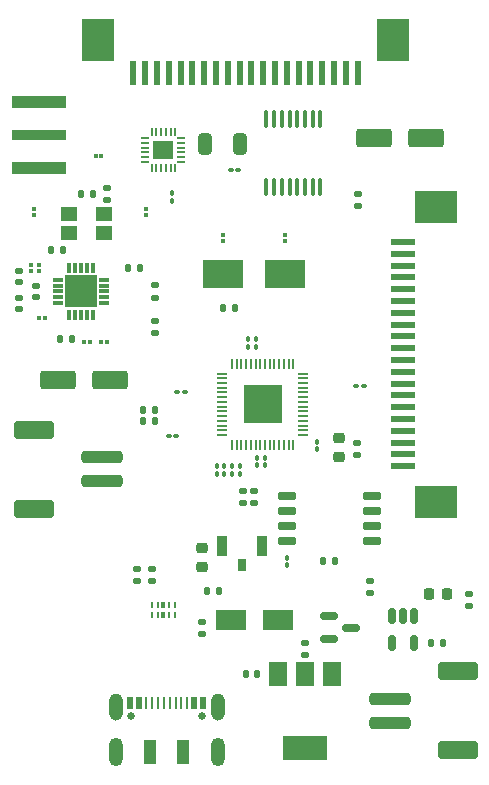
<source format=gbr>
%TF.GenerationSoftware,KiCad,Pcbnew,(6.0.7)*%
%TF.CreationDate,2023-01-15T17:43:20+08:00*%
%TF.ProjectId,Rp2040 wearable dev boards w wireless,52703230-3430-4207-9765-617261626c65,rev?*%
%TF.SameCoordinates,Original*%
%TF.FileFunction,Soldermask,Top*%
%TF.FilePolarity,Negative*%
%FSLAX46Y46*%
G04 Gerber Fmt 4.6, Leading zero omitted, Abs format (unit mm)*
G04 Created by KiCad (PCBNEW (6.0.7)) date 2023-01-15 17:43:20*
%MOMM*%
%LPD*%
G01*
G04 APERTURE LIST*
G04 Aperture macros list*
%AMRoundRect*
0 Rectangle with rounded corners*
0 $1 Rounding radius*
0 $2 $3 $4 $5 $6 $7 $8 $9 X,Y pos of 4 corners*
0 Add a 4 corners polygon primitive as box body*
4,1,4,$2,$3,$4,$5,$6,$7,$8,$9,$2,$3,0*
0 Add four circle primitives for the rounded corners*
1,1,$1+$1,$2,$3*
1,1,$1+$1,$4,$5*
1,1,$1+$1,$6,$7*
1,1,$1+$1,$8,$9*
0 Add four rect primitives between the rounded corners*
20,1,$1+$1,$2,$3,$4,$5,0*
20,1,$1+$1,$4,$5,$6,$7,0*
20,1,$1+$1,$6,$7,$8,$9,0*
20,1,$1+$1,$8,$9,$2,$3,0*%
G04 Aperture macros list end*
%ADD10RoundRect,0.135000X-0.135000X-0.185000X0.135000X-0.185000X0.135000X0.185000X-0.135000X0.185000X0*%
%ADD11RoundRect,0.075000X0.075000X-0.125000X0.075000X0.125000X-0.075000X0.125000X-0.075000X-0.125000X0*%
%ADD12RoundRect,0.135000X0.185000X-0.135000X0.185000X0.135000X-0.185000X0.135000X-0.185000X-0.135000X0*%
%ADD13C,0.630000*%
%ADD14C,0.600000*%
%ADD15R,0.520000X1.000000*%
%ADD16R,0.270000X1.000000*%
%ADD17R,1.000000X2.000000*%
%ADD18O,1.158000X2.316000*%
%ADD19O,1.200000X2.400000*%
%ADD20RoundRect,0.075000X-0.125000X-0.075000X0.125000X-0.075000X0.125000X0.075000X-0.125000X0.075000X0*%
%ADD21RoundRect,0.135000X0.135000X0.185000X-0.135000X0.185000X-0.135000X-0.185000X0.135000X-0.185000X0*%
%ADD22RoundRect,0.100000X-0.100000X0.130000X-0.100000X-0.130000X0.100000X-0.130000X0.100000X0.130000X0*%
%ADD23RoundRect,0.100000X0.130000X0.100000X-0.130000X0.100000X-0.130000X-0.100000X0.130000X-0.100000X0*%
%ADD24R,3.500000X2.400000*%
%ADD25RoundRect,0.140000X0.170000X-0.140000X0.170000X0.140000X-0.170000X0.140000X-0.170000X-0.140000X0*%
%ADD26RoundRect,0.100000X-0.100000X0.637500X-0.100000X-0.637500X0.100000X-0.637500X0.100000X0.637500X0*%
%ADD27RoundRect,0.218750X0.256250X-0.218750X0.256250X0.218750X-0.256250X0.218750X-0.256250X-0.218750X0*%
%ADD28RoundRect,0.250000X-1.500000X0.250000X-1.500000X-0.250000X1.500000X-0.250000X1.500000X0.250000X0*%
%ADD29RoundRect,0.250001X-1.449999X0.499999X-1.449999X-0.499999X1.449999X-0.499999X1.449999X0.499999X0*%
%ADD30RoundRect,0.250000X1.250000X0.550000X-1.250000X0.550000X-1.250000X-0.550000X1.250000X-0.550000X0*%
%ADD31RoundRect,0.140000X0.140000X0.170000X-0.140000X0.170000X-0.140000X-0.170000X0.140000X-0.170000X0*%
%ADD32R,0.660400X0.203200*%
%ADD33R,0.203200X0.660400*%
%ADD34R,1.752600X1.600200*%
%ADD35RoundRect,0.135000X-0.185000X0.135000X-0.185000X-0.135000X0.185000X-0.135000X0.185000X0.135000X0*%
%ADD36R,0.850000X0.300000*%
%ADD37R,0.300000X0.850000*%
%ADD38R,2.700000X2.700000*%
%ADD39RoundRect,0.218750X0.218750X0.256250X-0.218750X0.256250X-0.218750X-0.256250X0.218750X-0.256250X0*%
%ADD40RoundRect,0.150000X0.650000X0.150000X-0.650000X0.150000X-0.650000X-0.150000X0.650000X-0.150000X0*%
%ADD41RoundRect,0.250000X-0.325000X-0.650000X0.325000X-0.650000X0.325000X0.650000X-0.325000X0.650000X0*%
%ADD42R,2.500000X1.800000*%
%ADD43RoundRect,0.150000X-0.150000X0.512500X-0.150000X-0.512500X0.150000X-0.512500X0.150000X0.512500X0*%
%ADD44RoundRect,0.100000X0.100000X-0.130000X0.100000X0.130000X-0.100000X0.130000X-0.100000X-0.130000X0*%
%ADD45RoundRect,0.147500X-0.172500X0.147500X-0.172500X-0.147500X0.172500X-0.147500X0.172500X0.147500X0*%
%ADD46RoundRect,0.075000X-0.075000X0.125000X-0.075000X-0.125000X0.075000X-0.125000X0.075000X0.125000X0*%
%ADD47RoundRect,0.050000X0.387500X0.050000X-0.387500X0.050000X-0.387500X-0.050000X0.387500X-0.050000X0*%
%ADD48RoundRect,0.050000X0.050000X0.387500X-0.050000X0.387500X-0.050000X-0.387500X0.050000X-0.387500X0*%
%ADD49R,3.200000X3.200000*%
%ADD50R,4.560000X0.850000*%
%ADD51R,4.560000X1.000000*%
%ADD52RoundRect,0.250000X-1.250000X-0.550000X1.250000X-0.550000X1.250000X0.550000X-1.250000X0.550000X0*%
%ADD53R,0.900000X1.700000*%
%ADD54R,0.800000X1.100000*%
%ADD55RoundRect,0.150000X-0.587500X-0.150000X0.587500X-0.150000X0.587500X0.150000X-0.587500X0.150000X0*%
%ADD56RoundRect,0.075000X0.125000X0.075000X-0.125000X0.075000X-0.125000X-0.075000X0.125000X-0.075000X0*%
%ADD57R,0.610000X2.000000*%
%ADD58R,2.680000X3.600000*%
%ADD59R,1.400000X1.150000*%
%ADD60RoundRect,0.100000X-0.130000X-0.100000X0.130000X-0.100000X0.130000X0.100000X-0.130000X0.100000X0*%
%ADD61R,2.000000X0.610000*%
%ADD62R,3.600000X2.680000*%
%ADD63RoundRect,0.250000X1.500000X-0.250000X1.500000X0.250000X-1.500000X0.250000X-1.500000X-0.250000X0*%
%ADD64RoundRect,0.250001X1.449999X-0.499999X1.449999X0.499999X-1.449999X0.499999X-1.449999X-0.499999X0*%
%ADD65R,1.500000X2.000000*%
%ADD66R,3.800000X2.000000*%
%ADD67R,0.200000X0.565000*%
%ADD68R,0.400000X0.565000*%
%ADD69RoundRect,0.147500X0.172500X-0.147500X0.172500X0.147500X-0.172500X0.147500X-0.172500X-0.147500X0*%
G04 APERTURE END LIST*
D10*
%TO.C,R2*%
X71640000Y-89250000D03*
X72660000Y-89250000D03*
%TD*%
D11*
%TO.C,C30*%
X38500000Y-57750000D03*
X38500000Y-57250000D03*
%TD*%
D12*
%TO.C,R16*%
X48250000Y-60010000D03*
X48250000Y-58990000D03*
%TD*%
D13*
%TO.C,J2*%
X46276000Y-95400000D03*
D14*
X52276000Y-95400000D03*
D13*
X52276000Y-95400000D03*
D15*
X46176000Y-94300000D03*
X46926000Y-94300000D03*
D16*
X47526000Y-94300000D03*
X48026000Y-94300000D03*
X48526000Y-94300000D03*
X49026000Y-94300000D03*
X49526000Y-94300000D03*
X50026000Y-94300000D03*
X50526000Y-94300000D03*
X51026000Y-94300000D03*
D15*
X51626000Y-94300000D03*
X52376000Y-94300000D03*
D17*
X47876000Y-98500000D03*
X50676000Y-98500000D03*
D18*
X44956000Y-94675000D03*
X53596000Y-94675000D03*
D19*
X44956000Y-98500000D03*
X53596000Y-98500000D03*
%TD*%
D20*
%TO.C,C32*%
X43250000Y-48000000D03*
X43750000Y-48000000D03*
%TD*%
D21*
%TO.C,R19*%
X47010000Y-57500000D03*
X45990000Y-57500000D03*
%TD*%
D22*
%TO.C,C10*%
X53500000Y-74280000D03*
X53500000Y-74920000D03*
%TD*%
D23*
%TO.C,C14*%
X50820000Y-68050000D03*
X50180000Y-68050000D03*
%TD*%
D24*
%TO.C,Y1*%
X54050000Y-58000000D03*
X59250000Y-58000000D03*
%TD*%
D25*
%TO.C,C8*%
X52250000Y-88480000D03*
X52250000Y-87520000D03*
%TD*%
D26*
%TO.C,U6*%
X62275000Y-44887500D03*
X61625000Y-44887500D03*
X60975000Y-44887500D03*
X60325000Y-44887500D03*
X59675000Y-44887500D03*
X59025000Y-44887500D03*
X58375000Y-44887500D03*
X57725000Y-44887500D03*
X57725000Y-50612500D03*
X58375000Y-50612500D03*
X59025000Y-50612500D03*
X59675000Y-50612500D03*
X60325000Y-50612500D03*
X60975000Y-50612500D03*
X61625000Y-50612500D03*
X62275000Y-50612500D03*
%TD*%
D11*
%TO.C,C31*%
X38000000Y-53000000D03*
X38000000Y-52500000D03*
%TD*%
D27*
%TO.C,D3*%
X52300000Y-82787500D03*
X52300000Y-81212500D03*
%TD*%
D10*
%TO.C,R1*%
X62540000Y-82350000D03*
X63560000Y-82350000D03*
%TD*%
D12*
%TO.C,R9*%
X46750000Y-84010000D03*
X46750000Y-82990000D03*
%TD*%
D28*
%TO.C,SW2*%
X43800000Y-73550000D03*
X43800000Y-75550000D03*
D29*
X38050000Y-77900000D03*
X38050000Y-71200000D03*
%TD*%
D30*
%TO.C,C19*%
X44450000Y-67000000D03*
X40050000Y-67000000D03*
%TD*%
D23*
%TO.C,C16*%
X50070000Y-71700000D03*
X49430000Y-71700000D03*
%TD*%
D31*
%TO.C,C24*%
X40480000Y-56000000D03*
X39520000Y-56000000D03*
%TD*%
D10*
%TO.C,R4*%
X54040000Y-60900000D03*
X55060000Y-60900000D03*
%TD*%
D21*
%TO.C,R14*%
X41260000Y-63500000D03*
X40240000Y-63500000D03*
%TD*%
D32*
%TO.C,U7*%
X47475999Y-46523999D03*
X47475999Y-46924001D03*
X47475999Y-47324000D03*
X47475999Y-47724000D03*
X47475999Y-48123999D03*
X47475999Y-48524001D03*
D33*
X47999998Y-49048000D03*
X48400000Y-49048000D03*
X48799999Y-49048000D03*
X49199999Y-49048000D03*
X49599998Y-49048000D03*
X50000000Y-49048000D03*
D32*
X50523999Y-48524001D03*
X50523999Y-48123999D03*
X50523999Y-47724000D03*
X50523999Y-47324000D03*
X50523999Y-46924001D03*
X50523999Y-46523999D03*
D33*
X50000000Y-46000000D03*
X49599998Y-46000000D03*
X49199999Y-46000000D03*
X48799999Y-46000000D03*
X48400000Y-46000000D03*
X47999998Y-46000000D03*
D34*
X48999999Y-47524000D03*
%TD*%
D35*
%TO.C,R17*%
X48250000Y-61990000D03*
X48250000Y-63010000D03*
%TD*%
D36*
%TO.C,IC1*%
X43950000Y-60500000D03*
X43950000Y-60000000D03*
X43950000Y-59500000D03*
X43950000Y-59000000D03*
X43950000Y-58500000D03*
D37*
X43000000Y-57550000D03*
X42500000Y-57550000D03*
X42000000Y-57550000D03*
X41500000Y-57550000D03*
X41000000Y-57550000D03*
D36*
X40050000Y-58500000D03*
X40050000Y-59000000D03*
X40050000Y-59500000D03*
X40050000Y-60000000D03*
X40050000Y-60500000D03*
D37*
X41000000Y-61450000D03*
X41500000Y-61450000D03*
X42000000Y-61450000D03*
X42500000Y-61450000D03*
X43000000Y-61450000D03*
D38*
X42000000Y-59500000D03*
%TD*%
D12*
%TO.C,R18*%
X66500000Y-85010000D03*
X66500000Y-83990000D03*
%TD*%
D39*
%TO.C,D1*%
X73037500Y-85100000D03*
X71462500Y-85100000D03*
%TD*%
D10*
%TO.C,R13*%
X41990000Y-51250000D03*
X43010000Y-51250000D03*
%TD*%
D11*
%TO.C,C29*%
X37750000Y-57750000D03*
X37750000Y-57250000D03*
%TD*%
D40*
%TO.C,U2*%
X66650000Y-80655000D03*
X66650000Y-79385000D03*
X66650000Y-78115000D03*
X66650000Y-76845000D03*
X59450000Y-76845000D03*
X59450000Y-78115000D03*
X59450000Y-79385000D03*
X59450000Y-80655000D03*
%TD*%
D22*
%TO.C,C18*%
X62000000Y-72230000D03*
X62000000Y-72870000D03*
%TD*%
D41*
%TO.C,C21*%
X52525000Y-47000000D03*
X55475000Y-47000000D03*
%TD*%
D23*
%TO.C,C12*%
X55320000Y-49250000D03*
X54680000Y-49250000D03*
%TD*%
D42*
%TO.C,D2*%
X58700000Y-87300000D03*
X54700000Y-87300000D03*
%TD*%
D11*
%TO.C,C1*%
X59250000Y-55250000D03*
X59250000Y-54750000D03*
%TD*%
D22*
%TO.C,C13*%
X56950000Y-73580000D03*
X56950000Y-74220000D03*
%TD*%
D43*
%TO.C,U1*%
X70250000Y-86962500D03*
X69300000Y-86962500D03*
X68350000Y-86962500D03*
X68350000Y-89237500D03*
X70250000Y-89237500D03*
%TD*%
D12*
%TO.C,R8*%
X48000000Y-84010000D03*
X48000000Y-82990000D03*
%TD*%
D44*
%TO.C,C17*%
X56850000Y-64170000D03*
X56850000Y-63530000D03*
%TD*%
D21*
%TO.C,R5*%
X53710000Y-84900000D03*
X52690000Y-84900000D03*
%TD*%
D25*
%TO.C,C25*%
X44250000Y-51730000D03*
X44250000Y-50770000D03*
%TD*%
D45*
%TO.C,L3*%
X36750000Y-60015000D03*
X36750000Y-60985000D03*
%TD*%
%TO.C,L1*%
X38250000Y-59015000D03*
X38250000Y-59985000D03*
%TD*%
D20*
%TO.C,C27*%
X42250000Y-63750000D03*
X42750000Y-63750000D03*
%TD*%
D22*
%TO.C,C3*%
X59500000Y-82030000D03*
X59500000Y-82670000D03*
%TD*%
D46*
%TO.C,C22*%
X47500000Y-52500000D03*
X47500000Y-53000000D03*
%TD*%
D47*
%TO.C,U5*%
X60837500Y-71650000D03*
X60837500Y-71250000D03*
X60837500Y-70850000D03*
X60837500Y-70450000D03*
X60837500Y-70050000D03*
X60837500Y-69650000D03*
X60837500Y-69250000D03*
X60837500Y-68850000D03*
X60837500Y-68450000D03*
X60837500Y-68050000D03*
X60837500Y-67650000D03*
X60837500Y-67250000D03*
X60837500Y-66850000D03*
X60837500Y-66450000D03*
D48*
X60000000Y-65612500D03*
X59600000Y-65612500D03*
X59200000Y-65612500D03*
X58800000Y-65612500D03*
X58400000Y-65612500D03*
X58000000Y-65612500D03*
X57600000Y-65612500D03*
X57200000Y-65612500D03*
X56800000Y-65612500D03*
X56400000Y-65612500D03*
X56000000Y-65612500D03*
X55600000Y-65612500D03*
X55200000Y-65612500D03*
X54800000Y-65612500D03*
D47*
X53962500Y-66450000D03*
X53962500Y-66850000D03*
X53962500Y-67250000D03*
X53962500Y-67650000D03*
X53962500Y-68050000D03*
X53962500Y-68450000D03*
X53962500Y-68850000D03*
X53962500Y-69250000D03*
X53962500Y-69650000D03*
X53962500Y-70050000D03*
X53962500Y-70450000D03*
X53962500Y-70850000D03*
X53962500Y-71250000D03*
X53962500Y-71650000D03*
D48*
X54800000Y-72487500D03*
X55200000Y-72487500D03*
X55600000Y-72487500D03*
X56000000Y-72487500D03*
X56400000Y-72487500D03*
X56800000Y-72487500D03*
X57200000Y-72487500D03*
X57600000Y-72487500D03*
X58000000Y-72487500D03*
X58400000Y-72487500D03*
X58800000Y-72487500D03*
X59200000Y-72487500D03*
X59600000Y-72487500D03*
X60000000Y-72487500D03*
D49*
X57400000Y-69050000D03*
%TD*%
D10*
%TO.C,R11*%
X47240000Y-70500000D03*
X48260000Y-70500000D03*
%TD*%
D50*
%TO.C,J6*%
X38428500Y-46260750D03*
D51*
X38428500Y-43490750D03*
X38428500Y-49030750D03*
%TD*%
D31*
%TO.C,C5*%
X56930000Y-91850000D03*
X55970000Y-91850000D03*
%TD*%
D52*
%TO.C,C11*%
X66800000Y-46500000D03*
X71200000Y-46500000D03*
%TD*%
D20*
%TO.C,C28*%
X43750000Y-63750000D03*
X44250000Y-63750000D03*
%TD*%
D22*
%TO.C,C4*%
X55450000Y-74280000D03*
X55450000Y-74920000D03*
%TD*%
%TO.C,C20*%
X54800000Y-74280000D03*
X54800000Y-74920000D03*
%TD*%
D25*
%TO.C,C9*%
X61000000Y-90255000D03*
X61000000Y-89295000D03*
%TD*%
D27*
%TO.C,D4*%
X63900000Y-73487500D03*
X63900000Y-71912500D03*
%TD*%
D53*
%TO.C,SW1*%
X53950000Y-81050000D03*
X57350000Y-81050000D03*
D54*
X55650000Y-82690000D03*
%TD*%
D12*
%TO.C,R6*%
X56700000Y-77410000D03*
X56700000Y-76390000D03*
%TD*%
D55*
%TO.C,Q1*%
X63012500Y-87000000D03*
X63012500Y-88900000D03*
X64887500Y-87950000D03*
%TD*%
D35*
%TO.C,R3*%
X74900000Y-85090000D03*
X74900000Y-86110000D03*
%TD*%
D56*
%TO.C,C26*%
X39000000Y-61750000D03*
X38500000Y-61750000D03*
%TD*%
D57*
%TO.C,J4*%
X65450000Y-41000000D03*
X64450000Y-41000000D03*
X63450000Y-41000000D03*
X62450000Y-41000000D03*
X61450000Y-41000000D03*
X60450000Y-41000000D03*
X59450000Y-41000000D03*
X58450000Y-41000000D03*
X57450000Y-41000000D03*
X56450000Y-41000000D03*
X55450000Y-41000000D03*
X54450000Y-41000000D03*
X53450000Y-41000000D03*
X52450000Y-41000000D03*
X51450000Y-41000000D03*
X50450000Y-41000000D03*
X49450000Y-41000000D03*
X48450000Y-41000000D03*
X47450000Y-41000000D03*
X46450000Y-41000000D03*
D58*
X43460000Y-38200000D03*
X68440000Y-38200000D03*
%TD*%
D22*
%TO.C,C7*%
X57600000Y-73580000D03*
X57600000Y-74220000D03*
%TD*%
D44*
%TO.C,C6*%
X56200000Y-64170000D03*
X56200000Y-63530000D03*
%TD*%
D59*
%TO.C,Y2*%
X41000000Y-54550000D03*
X44000000Y-54550000D03*
X44000000Y-52950000D03*
X41000000Y-52950000D03*
%TD*%
D22*
%TO.C,C23*%
X49750000Y-51180000D03*
X49750000Y-51820000D03*
%TD*%
D11*
%TO.C,C2*%
X54050000Y-55250000D03*
X54050000Y-54750000D03*
%TD*%
D22*
%TO.C,C15*%
X54150000Y-74280000D03*
X54150000Y-74920000D03*
%TD*%
D60*
%TO.C,C33*%
X65342750Y-67487250D03*
X65982750Y-67487250D03*
%TD*%
D61*
%TO.C,J3*%
X69250000Y-74300000D03*
X69250000Y-73300000D03*
X69250000Y-72300000D03*
X69250000Y-71300000D03*
X69250000Y-70300000D03*
X69250000Y-69300000D03*
X69250000Y-68300000D03*
X69250000Y-67300000D03*
X69250000Y-66300000D03*
X69250000Y-65300000D03*
X69250000Y-64300000D03*
X69250000Y-63300000D03*
X69250000Y-62300000D03*
X69250000Y-61300000D03*
X69250000Y-60300000D03*
X69250000Y-59300000D03*
X69250000Y-58300000D03*
X69250000Y-57300000D03*
X69250000Y-56300000D03*
X69250000Y-55300000D03*
D62*
X72050000Y-52310000D03*
X72050000Y-77290000D03*
%TD*%
D63*
%TO.C,J1*%
X68150000Y-96000000D03*
X68150000Y-94000000D03*
D64*
X73900000Y-91650000D03*
X73900000Y-98350000D03*
%TD*%
D12*
%TO.C,R7*%
X55700000Y-77410000D03*
X55700000Y-76390000D03*
%TD*%
D35*
%TO.C,R10*%
X65500000Y-51240000D03*
X65500000Y-52260000D03*
%TD*%
D65*
%TO.C,U4*%
X63300000Y-91850000D03*
X61000000Y-91850000D03*
X58700000Y-91850000D03*
D66*
X61000000Y-98150000D03*
%TD*%
D10*
%TO.C,R12*%
X47240000Y-69500000D03*
X48260000Y-69500000D03*
%TD*%
D67*
%TO.C,U3*%
X48000000Y-86918000D03*
X48500000Y-86918000D03*
D68*
X49000000Y-86918000D03*
D67*
X49500000Y-86918000D03*
X50000000Y-86918000D03*
X50000000Y-86082000D03*
X49500000Y-86082000D03*
D68*
X49000000Y-86082000D03*
D67*
X48500000Y-86082000D03*
X48000000Y-86082000D03*
%TD*%
D12*
%TO.C,R15*%
X65350000Y-73360000D03*
X65350000Y-72340000D03*
%TD*%
D69*
%TO.C,L2*%
X36750000Y-58735000D03*
X36750000Y-57765000D03*
%TD*%
M02*

</source>
